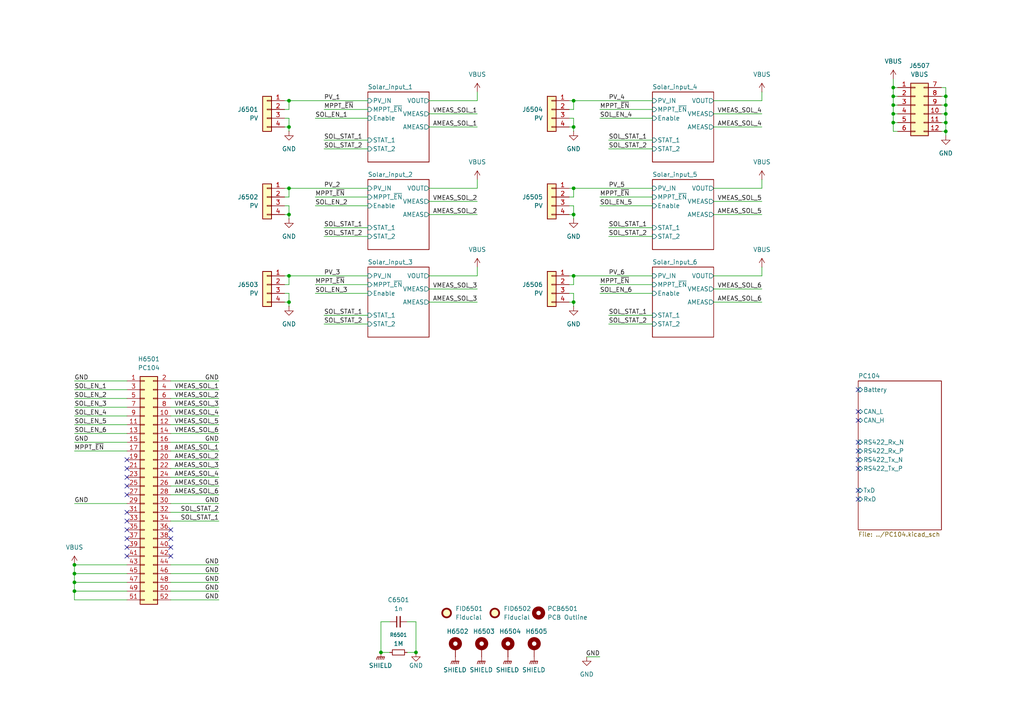
<source format=kicad_sch>
(kicad_sch (version 20250114) (generator "eeschema") (generator_version "9.0")
  (paper "A4")
  (lib_symbols
    (symbol "Connector_Generic:Conn_01x04" (pin_names (offset 1.016) (hide yes))
      (property "Reference" "J" (at 0 5.08 0))
      (property "Value" "Conn_01x04" (at 0 -7.62 0))
      (symbol "Conn_01x04_1_1"
        (rectangle (start -1.27 3.81) (end 1.27 -6.35) (stroke (width 0.254)) (fill (type background)))
        (rectangle (start -1.27 2.667) (end 0 2.413) (stroke (width 0.1524)))
        (rectangle (start -1.27 0.127) (end 0 -0.127) (stroke (width 0.1524)))
        (rectangle (start -1.27 -2.413) (end 0 -2.667) (stroke (width 0.1524)))
        (rectangle (start -1.27 -4.953) (end 0 -5.207) (stroke (width 0.1524)))
        (pin passive line (at -5.08 2.54 0) (length 3.81) (name "Pin_1") (number "1"))
        (pin passive line (at -5.08 0 0) (length 3.81) (name "Pin_2") (number "2"))
        (pin passive line (at -5.08 -2.54 0) (length 3.81) (name "Pin_3") (number "3"))
        (pin passive line (at -5.08 -5.08 0) (length 3.81) (name "Pin_4") (number "4"))
      )
    )
    (symbol "Connector_Generic:Conn_02x06_Top_Bottom" (pin_names (offset 1.016) (hide yes))
      (property "Reference" "J" (at 1.27 7.62 0))
      (property "Value" "Conn_02x06_Top_Bottom" (at 1.27 -10.16 0))
      (symbol "Conn_02x06_Top_Bottom_1_1"
        (rectangle (start -1.27 6.35) (end 3.81 -8.89) (stroke (width 0.254)) (fill (type background)))
        (rectangle (start -1.27 5.207) (end 0 4.953) (stroke (width 0.1524)))
        (rectangle (start -1.27 2.667) (end 0 2.413) (stroke (width 0.1524)))
        (rectangle (start -1.27 0.127) (end 0 -0.127) (stroke (width 0.1524)))
        (rectangle (start -1.27 -2.413) (end 0 -2.667) (stroke (width 0.1524)))
        (rectangle (start -1.27 -4.953) (end 0 -5.207) (stroke (width 0.1524)))
        (rectangle (start -1.27 -7.493) (end 0 -7.747) (stroke (width 0.1524)))
        (rectangle (start 3.81 5.207) (end 2.54 4.953) (stroke (width 0.1524)))
        (rectangle (start 3.81 2.667) (end 2.54 2.413) (stroke (width 0.1524)))
        (rectangle (start 3.81 0.127) (end 2.54 -0.127) (stroke (width 0.1524)))
        (rectangle (start 3.81 -2.413) (end 2.54 -2.667) (stroke (width 0.1524)))
        (rectangle (start 3.81 -4.953) (end 2.54 -5.207) (stroke (width 0.1524)))
        (rectangle (start 3.81 -7.493) (end 2.54 -7.747) (stroke (width 0.1524)))
        (pin passive line (at -5.08 5.08 0) (length 3.81) (name "Pin_1") (number "1"))
        (pin passive line (at -5.08 2.54 0) (length 3.81) (name "Pin_2") (number "2"))
        (pin passive line (at -5.08 0 0) (length 3.81) (name "Pin_3") (number "3"))
        (pin passive line (at -5.08 -2.54 0) (length 3.81) (name "Pin_4") (number "4"))
        (pin passive line (at -5.08 -5.08 0) (length 3.81) (name "Pin_5") (number "5"))
        (pin passive line (at -5.08 -7.62 0) (length 3.81) (name "Pin_6") (number "6"))
        (pin passive line (at 7.62 5.08 180) (length 3.81) (name "Pin_7") (number "7"))
        (pin passive line (at 7.62 2.54 180) (length 3.81) (name "Pin_8") (number "8"))
        (pin passive line (at 7.62 0 180) (length 3.81) (name "Pin_9") (number "9"))
        (pin passive line (at 7.62 -2.54 180) (length 3.81) (name "Pin_10") (number "10"))
        (pin passive line (at 7.62 -5.08 180) (length 3.81) (name "Pin_11") (number "11"))
        (pin passive line (at 7.62 -7.62 180) (length 3.81) (name "Pin_12") (number "12"))
      )
    )
    (symbol "Connector_Generic:Conn_02x26_Odd_Even" (pin_names (offset 1.016) (hide yes))
      (property "Reference" "J" (at 1.27 33.02 0))
      (property "Value" "Conn_02x26_Odd_Even" (at 1.27 -35.56 0))
      (symbol "Conn_02x26_Odd_Even_1_1"
        (rectangle (start -1.27 31.75) (end 3.81 -34.29) (stroke (width 0.254)) (fill (type background)))
        (rectangle (start -1.27 30.607) (end 0 30.353) (stroke (width 0.1524)))
        (rectangle (start -1.27 28.067) (end 0 27.813) (stroke (width 0.1524)))
        (rectangle (start -1.27 25.527) (end 0 25.273) (stroke (width 0.1524)))
        (rectangle (start -1.27 22.987) (end 0 22.733) (stroke (width 0.1524)))
        (rectangle (start -1.27 20.447) (end 0 20.193) (stroke (width 0.1524)))
        (rectangle (start -1.27 17.907) (end 0 17.653) (stroke (width 0.1524)))
        (rectangle (start -1.27 15.367) (end 0 15.113) (stroke (width 0.1524)))
        (rectangle (start -1.27 12.827) (end 0 12.573) (stroke (width 0.1524)))
        (rectangle (start -1.27 10.287) (end 0 10.033) (stroke (width 0.1524)))
        (rectangle (start -1.27 7.747) (end 0 7.493) (stroke (width 0.1524)))
        (rectangle (start -1.27 5.207) (end 0 4.953) (stroke (width 0.1524)))
        (rectangle (start -1.27 2.667) (end 0 2.413) (stroke (width 0.1524)))
        (rectangle (start -1.27 0.127) (end 0 -0.127) (stroke (width 0.1524)))
        (rectangle (start -1.27 -2.413) (end 0 -2.667) (stroke (width 0.1524)))
        (rectangle (start -1.27 -4.953) (end 0 -5.207) (stroke (width 0.1524)))
        (rectangle (start -1.27 -7.493) (end 0 -7.747) (stroke (width 0.1524)))
        (rectangle (start -1.27 -10.033) (end 0 -10.287) (stroke (width 0.1524)))
        (rectangle (start -1.27 -12.573) (end 0 -12.827) (stroke (width 0.1524)))
        (rectangle (start -1.27 -15.113) (end 0 -15.367) (stroke (width 0.1524)))
        (rectangle (start -1.27 -17.653) (end 0 -17.907) (stroke (width 0.1524)))
        (rectangle (start -1.27 -20.193) (end 0 -20.447) (stroke (width 0.1524)))
        (rectangle (start -1.27 -22.733) (end 0 -22.987) (stroke (width 0.1524)))
        (rectangle (start -1.27 -25.273) (end 0 -25.527) (stroke (width 0.1524)))
        (rectangle (start -1.27 -27.813) (end 0 -28.067) (stroke (width 0.1524)))
        (rectangle (start -1.27 -30.353) (end 0 -30.607) (stroke (width 0.1524)))
        (rectangle (start -1.27 -32.893) (end 0 -33.147) (stroke (width 0.1524)))
        (rectangle (start 3.81 30.607) (end 2.54 30.353) (stroke (width 0.1524)))
        (rectangle (start 3.81 28.067) (end 2.54 27.813) (stroke (width 0.1524)))
        (rectangle (start 3.81 25.527) (end 2.54 25.273) (stroke (width 0.1524)))
        (rectangle (start 3.81 22.987) (end 2.54 22.733) (stroke (width 0.1524)))
        (rectangle (start 3.81 20.447) (end 2.54 20.193) (stroke (width 0.1524)))
        (rectangle (start 3.81 17.907) (end 2.54 17.653) (stroke (width 0.1524)))
        (rectangle (start 3.81 15.367) (end 2.54 15.113) (stroke (width 0.1524)))
        (rectangle (start 3.81 12.827) (end 2.54 12.573) (stroke (width 0.1524)))
        (rectangle (start 3.81 10.287) (end 2.54 10.033) (stroke (width 0.1524)))
        (rectangle (start 3.81 7.747) (end 2.54 7.493) (stroke (width 0.1524)))
        (rectangle (start 3.81 5.207) (end 2.54 4.953) (stroke (width 0.1524)))
        (rectangle (start 3.81 2.667) (end 2.54 2.413) (stroke (width 0.1524)))
        (rectangle (start 3.81 0.127) (end 2.54 -0.127) (stroke (width 0.1524)))
        (rectangle (start 3.81 -2.413) (end 2.54 -2.667) (stroke (width 0.1524)))
        (rectangle (start 3.81 -4.953) (end 2.54 -5.207) (stroke (width 0.1524)))
        (rectangle (start 3.81 -7.493) (end 2.54 -7.747) (stroke (width 0.1524)))
        (rectangle (start 3.81 -10.033) (end 2.54 -10.287) (stroke (width 0.1524)))
        (rectangle (start 3.81 -12.573) (end 2.54 -12.827) (stroke (width 0.1524)))
        (rectangle (start 3.81 -15.113) (end 2.54 -15.367) (stroke (width 0.1524)))
        (rectangle (start 3.81 -17.653) (end 2.54 -17.907) (stroke (width 0.1524)))
        (rectangle (start 3.81 -20.193) (end 2.54 -20.447) (stroke (width 0.1524)))
        (rectangle (start 3.81 -22.733) (end 2.54 -22.987) (stroke (width 0.1524)))
        (rectangle (start 3.81 -25.273) (end 2.54 -25.527) (stroke (width 0.1524)))
        (rectangle (start 3.81 -27.813) (end 2.54 -28.067) (stroke (width 0.1524)))
        (rectangle (start 3.81 -30.353) (end 2.54 -30.607) (stroke (width 0.1524)))
        (rectangle (start 3.81 -32.893) (end 2.54 -33.147) (stroke (width 0.1524)))
        (pin passive line (at -5.08 30.48 0) (length 3.81) (name "Pin_1") (number "1"))
        (pin passive line (at -5.08 27.94 0) (length 3.81) (name "Pin_3") (number "3"))
        (pin passive line (at -5.08 25.4 0) (length 3.81) (name "Pin_5") (number "5"))
        (pin passive line (at -5.08 22.86 0) (length 3.81) (name "Pin_7") (number "7"))
        (pin passive line (at -5.08 20.32 0) (length 3.81) (name "Pin_9") (number "9"))
        (pin passive line (at -5.08 17.78 0) (length 3.81) (name "Pin_11") (number "11"))
        (pin passive line (at -5.08 15.24 0) (length 3.81) (name "Pin_13") (number "13"))
        (pin passive line (at -5.08 12.7 0) (length 3.81) (name "Pin_15") (number "15"))
        (pin passive line (at -5.08 10.16 0) (length 3.81) (name "Pin_17") (number "17"))
        (pin passive line (at -5.08 7.62 0) (length 3.81) (name "Pin_19") (number "19"))
        (pin passive line (at -5.08 5.08 0) (length 3.81) (name "Pin_21") (number "21"))
        (pin passive line (at -5.08 2.54 0) (length 3.81) (name "Pin_23") (number "23"))
        (pin passive line (at -5.08 0 0) (length 3.81) (name "Pin_25") (number "25"))
        (pin passive line (at -5.08 -2.54 0) (length 3.81) (name "Pin_27") (number "27"))
        (pin passive line (at -5.08 -5.08 0) (length 3.81) (name "Pin_29") (number "29"))
        (pin passive line (at -5.08 -7.62 0) (length 3.81) (name "Pin_31") (number "31"))
        (pin passive line (at -5.08 -10.16 0) (length 3.81) (name "Pin_33") (number "33"))
        (pin passive line (at -5.08 -12.7 0) (length 3.81) (name "Pin_35") (number "35"))
        (pin passive line (at -5.08 -15.24 0) (length 3.81) (name "Pin_37") (number "37"))
        (pin passive line (at -5.08 -17.78 0) (length 3.81) (name "Pin_39") (number "39"))
        (pin passive line (at -5.08 -20.32 0) (length 3.81) (name "Pin_41") (number "41"))
        (pin passive line (at -5.08 -22.86 0) (length 3.81) (name "Pin_43") (number "43"))
        (pin passive line (at -5.08 -25.4 0) (length 3.81) (name "Pin_45") (number "45"))
        (pin passive line (at -5.08 -27.94 0) (length 3.81) (name "Pin_47") (number "47"))
        (pin passive line (at -5.08 -30.48 0) (length 3.81) (name "Pin_49") (number "49"))
        (pin passive line (at -5.08 -33.02 0) (length 3.81) (name "Pin_51") (number "51"))
        (pin passive line (at 7.62 30.48 180) (length 3.81) (name "Pin_2") (number "2"))
        (pin passive line (at 7.62 27.94 180) (length 3.81) (name "Pin_4") (number "4"))
        (pin passive line (at 7.62 25.4 180) (length 3.81) (name "Pin_6") (number "6"))
        (pin passive line (at 7.62 22.86 180) (length 3.81) (name "Pin_8") (number "8"))
        (pin passive line (at 7.62 20.32 180) (length 3.81) (name "Pin_10") (number "10"))
        (pin passive line (at 7.62 17.78 180) (length 3.81) (name "Pin_12") (number "12"))
        (pin passive line (at 7.62 15.24 180) (length 3.81) (name "Pin_14") (number "14"))
        (pin passive line (at 7.62 12.7 180) (length 3.81) (name "Pin_16") (number "16"))
        (pin passive line (at 7.62 10.16 180) (length 3.81) (name "Pin_18") (number "18"))
        (pin passive line (at 7.62 7.62 180) (length 3.81) (name "Pin_20") (number "20"))
        (pin passive line (at 7.62 5.08 180) (length 3.81) (name "Pin_22") (number "22"))
        (pin passive line (at 7.62 2.54 180) (length 3.81) (name "Pin_24") (number "24"))
        (pin passive line (at 7.62 0 180) (length 3.81) (name "Pin_26") (number "26"))
        (pin passive line (at 7.62 -2.54 180) (length 3.81) (name "Pin_28") (number "28"))
        (pin passive line (at 7.62 -5.08 180) (length 3.81) (name "Pin_30") (number "30"))
        (pin passive line (at 7.62 -7.62 180) (length 3.81) (name "Pin_32") (number "32"))
        (pin passive line (at 7.62 -10.16 180) (length 3.81) (name "Pin_34") (number "34"))
        (pin passive line (at 7.62 -12.7 180) (length 3.81) (name "Pin_36") (number "36"))
        (pin passive line (at 7.62 -15.24 180) (length 3.81) (name "Pin_38") (number "38"))
        (pin passive line (at 7.62 -17.78 180) (length 3.81) (name "Pin_40") (number "40"))
        (pin passive line (at 7.62 -20.32 180) (length 3.81) (name "Pin_42") (number "42"))
        (pin passive line (at 7.62 -22.86 180) (length 3.81) (name "Pin_44") (number "44"))
        (pin passive line (at 7.62 -25.4 180) (length 3.81) (name "Pin_46") (number "46"))
        (pin passive line (at 7.62 -27.94 180) (length 3.81) (name "Pin_48") (number "48"))
        (pin passive line (at 7.62 -30.48 180) (length 3.81) (name "Pin_50") (number "50"))
        (pin passive line (at 7.62 -33.02 180) (length 3.81) (name "Pin_52") (number "52"))
      )
    )
    (symbol "Device:C_Small" (pin_numbers (hide yes)) (pin_names (offset 0.254) (hide yes))
      (property "Reference" "C" (at 0.254 1.778 0))
      (property "Value" "C_Small" (at 0.254 -2.032 0))
      (symbol "C_Small_0_1"
        (polyline (pts (xy -1.524 0.508) (xy 1.524 0.508)) (stroke (width 0.3048)))
        (polyline (pts (xy -1.524 -0.508) (xy 1.524 -0.508)) (stroke (width 0.3302)))
      )
      (symbol "C_Small_1_1"
        (pin passive line (at 0 2.54 270) (length 2.032) (name "~") (number "1"))
        (pin passive line (at 0 -2.54 90) (length 2.032) (name "~") (number "2"))
      )
    )
    (symbol "Device:R_Small" (pin_numbers (hide yes)) (pin_names (offset 0.254) (hide yes))
      (property "Reference" "R" (at 0 0 90))
      (property "Value" "R_Small" (at 1.778 0 90))
      (symbol "R_Small_0_1"
        (rectangle (start -0.762 1.778) (end 0.762 -1.778) (stroke (width 0.2032)))
      )
      (symbol "R_Small_1_1"
        (pin passive line (at 0 2.54 270) (length 0.762) (name "~") (number "1"))
        (pin passive line (at 0 -2.54 90) (length 0.762) (name "~") (number "2"))
      )
    )
    (symbol "Mechanical:Fiducial" (in_bom no)
      (property "Reference" "FID" (at 0 5.08 0))
      (property "Value" "Fiducial" (at 0 3.175 0))
      (symbol "Fiducial_0_1"
        (circle (center 0 0) (radius 1.27) (stroke (width 0.508)) (fill (type background)))
      )
    )
    (symbol "Mechanical:MountingHole" (pin_names (offset 1.016)) (in_bom no)
      (property "Reference" "H" (at 0 5.08 0))
      (property "Value" "MountingHole" (at 0 3.175 0))
      (symbol "MountingHole_0_1"
        (circle (center 0 0) (radius 1.27) (stroke (width 1.27)))
      )
    )
    (symbol "Mechanical:MountingHole_Pad" (pin_numbers (hide yes)) (pin_names (offset 1.016) (hide yes)) (in_bom no)
      (property "Reference" "H" (at 0 6.35 0))
      (property "Value" "MountingHole_Pad" (at 0 4.445 0))
      (symbol "MountingHole_Pad_0_1"
        (circle (center 0 1.27) (radius 1.27) (stroke (width 1.27)))
      )
      (symbol "MountingHole_Pad_1_1"
        (pin input line (at 0 -2.54 90) (length 2.54) (name "1") (number "1"))
      )
    )
    (symbol "power:GND" (power) (pin_numbers (hide yes)) (pin_names (offset 0) (hide yes))
      (property "Value" "GND" (at 0 -3.81 0))
      (symbol "GND_0_1"
        (polyline (pts (xy 0 0) (xy 0 -1.27) (xy 1.27 -1.27) (xy 0 -2.54) (xy -1.27 -1.27) (xy 0 -1.27)))
      )
      (symbol "GND_1_1"
        (pin power_in line (at 0 0 270) (length 0) (name "~") (number "1"))
      )
    )
    (symbol "power:GNDPWR" (power) (pin_numbers (hide yes)) (pin_names (offset 0) (hide yes))
      (property "Value" "GNDPWR" (at 0 -3.302 0))
      (symbol "GNDPWR_0_1"
        (polyline (pts (xy -1.016 -1.27) (xy -1.27 -2.032) (xy -1.27 -2.032)) (stroke (width 0.2032)))
        (polyline (pts (xy -0.508 -1.27) (xy -0.762 -2.032) (xy -0.762 -2.032)) (stroke (width 0.2032)))
        (polyline (pts (xy 0 -1.27) (xy 0 0)))
        (polyline (pts (xy 0 -1.27) (xy -0.254 -2.032) (xy -0.254 -2.032)) (stroke (width 0.2032)))
        (polyline (pts (xy 0.508 -1.27) (xy 0.254 -2.032) (xy 0.254 -2.032)) (stroke (width 0.2032)))
        (polyline (pts (xy 1.016 -1.27) (xy -1.016 -1.27) (xy -1.016 -1.27)) (stroke (width 0.2032)))
        (polyline (pts (xy 1.016 -1.27) (xy 0.762 -2.032) (xy 0.762 -2.032) (xy 0.762 -2.032)) (stroke (width 0.2032)))
      )
      (symbol "GNDPWR_1_1"
        (pin power_in line (at 0 0 270) (length 0) (name "~") (number "1"))
      )
    )
    (symbol "power:VBUS" (power) (pin_numbers (hide yes)) (pin_names (offset 0) (hide yes))
      (property "Value" "VBUS" (at 0 3.556 0))
      (symbol "VBUS_0_1"
        (polyline (pts (xy -0.762 1.27) (xy 0 2.54)))
        (polyline (pts (xy 0 2.54) (xy 0.762 1.27)))
        (polyline (pts (xy 0 0) (xy 0 2.54)))
      )
      (symbol "VBUS_1_1"
        (pin power_in line (at 0 0 90) (length 0) (name "~") (number "1"))
      )
    )
  )
  (junction (at 166.37 29.21))
  (junction (at 166.37 87.63))
  (junction (at 166.37 36.83))
  (junction (at 21.59 171.45))
  (junction (at 274.32 38.1))
  (junction (at 120.65 189.23))
  (junction (at 83.82 36.83))
  (junction (at 83.82 62.23))
  (junction (at 83.82 87.63))
  (junction (at 259.08 25.4))
  (junction (at 83.82 29.21))
  (junction (at 259.08 30.48))
  (junction (at 274.32 27.94))
  (junction (at 21.59 168.91))
  (junction (at 83.82 80.01))
  (junction (at 274.32 30.48))
  (junction (at 259.08 35.56))
  (junction (at 21.59 163.83))
  (junction (at 166.37 80.01))
  (junction (at 259.08 33.02))
  (junction (at 110.49 189.23))
  (junction (at 166.37 62.23))
  (junction (at 21.59 166.37))
  (junction (at 166.37 54.61))
  (junction (at 274.32 33.02))
  (junction (at 259.08 27.94))
  (junction (at 274.32 35.56))
  (junction (at 83.82 54.61))
  (no_connect (at 248.92 121.92))
  (no_connect (at 36.83 161.29))
  (no_connect (at 36.83 158.75))
  (no_connect (at 36.83 151.13))
  (no_connect (at 248.92 142.24))
  (no_connect (at 248.92 113.03))
  (no_connect (at 49.53 161.29))
  (no_connect (at 49.53 153.67))
  (no_connect (at 36.83 140.97))
  (no_connect (at 36.83 156.21))
  (no_connect (at 49.53 158.75))
  (no_connect (at 49.53 156.21))
  (no_connect (at 36.83 135.89))
  (no_connect (at 248.92 130.81))
  (no_connect (at 248.92 144.78))
  (no_connect (at 36.83 148.59))
  (no_connect (at 248.92 135.89))
  (no_connect (at 36.83 138.43))
  (no_connect (at 36.83 133.35))
  (no_connect (at 248.92 128.27))
  (no_connect (at 36.83 143.51))
  (no_connect (at 248.92 133.35))
  (no_connect (at 248.92 119.38))
  (no_connect (at 36.83 153.67))
  (wire (pts (xy 63.5 143.51) (xy 49.53 143.51)))
  (wire (pts (xy 83.82 54.61) (xy 106.68 54.61)))
  (wire (pts (xy 21.59 163.83) (xy 36.83 163.83)))
  (wire (pts (xy 176.53 93.98) (xy 189.23 93.98)))
  (wire (pts (xy 63.5 120.65) (xy 49.53 120.65)))
  (wire (pts (xy 124.46 58.42) (xy 138.43 58.42)))
  (wire (pts (xy 63.5 125.73) (xy 49.53 125.73)))
  (wire (pts (xy 166.37 29.21) (xy 189.23 29.21)))
  (wire (pts (xy 91.44 34.29) (xy 106.68 34.29)))
  (wire (pts (xy 124.46 83.82) (xy 138.43 83.82)))
  (wire (pts (xy 120.65 180.34) (xy 120.65 189.23)))
  (wire (pts (xy 83.82 82.55) (xy 82.55 82.55)))
  (wire (pts (xy 63.5 123.19) (xy 49.53 123.19)))
  (wire (pts (xy 173.99 85.09) (xy 189.23 85.09)))
  (wire (pts (xy 21.59 128.27) (xy 36.83 128.27)))
  (wire (pts (xy 173.99 57.15) (xy 189.23 57.15)))
  (wire (pts (xy 63.5 140.97) (xy 49.53 140.97)))
  (wire (pts (xy 83.82 62.23) (xy 82.55 62.23)))
  (wire (pts (xy 83.82 31.75) (xy 82.55 31.75)))
  (wire (pts (xy 176.53 40.64) (xy 189.23 40.64)))
  (wire (pts (xy 166.37 29.21) (xy 165.1 29.21)))
  (wire (pts (xy 166.37 62.23) (xy 166.37 59.69)))
  (wire (pts (xy 63.5 168.91) (xy 49.53 168.91)))
  (wire (pts (xy 83.82 29.21) (xy 106.68 29.21)))
  (wire (pts (xy 21.59 171.45) (xy 21.59 173.99)))
  (wire (pts (xy 166.37 80.01) (xy 165.1 80.01)))
  (wire (pts (xy 83.82 59.69) (xy 82.55 59.69)))
  (wire (pts (xy 21.59 171.45) (xy 36.83 171.45)))
  (wire (pts (xy 21.59 130.81) (xy 36.83 130.81)))
  (wire (pts (xy 91.44 82.55) (xy 106.68 82.55)))
  (wire (pts (xy 83.82 29.21) (xy 83.82 31.75)))
  (wire (pts (xy 83.82 54.61) (xy 82.55 54.61)))
  (wire (pts (xy 207.01 36.83) (xy 220.98 36.83)))
  (wire (pts (xy 124.46 87.63) (xy 138.43 87.63)))
  (wire (pts (xy 259.08 33.02) (xy 260.35 33.02)))
  (wire (pts (xy 166.37 54.61) (xy 189.23 54.61)))
  (wire (pts (xy 93.98 40.64) (xy 106.68 40.64)))
  (wire (pts (xy 259.08 27.94) (xy 260.35 27.94)))
  (wire (pts (xy 166.37 54.61) (xy 165.1 54.61)))
  (wire (pts (xy 83.82 87.63) (xy 82.55 87.63)))
  (wire (pts (xy 83.82 87.63) (xy 83.82 85.09)))
  (wire (pts (xy 207.01 62.23) (xy 220.98 62.23)))
  (wire (pts (xy 63.5 135.89) (xy 49.53 135.89)))
  (wire (pts (xy 91.44 85.09) (xy 106.68 85.09)))
  (wire (pts (xy 138.43 29.21) (xy 138.43 26.67)))
  (wire (pts (xy 259.08 35.56) (xy 260.35 35.56)))
  (wire (pts (xy 138.43 80.01) (xy 138.43 77.47)))
  (wire (pts (xy 21.59 166.37) (xy 36.83 166.37)))
  (wire (pts (xy 83.82 88.9) (xy 83.82 87.63)))
  (wire (pts (xy 207.01 87.63) (xy 220.98 87.63)))
  (wire (pts (xy 93.98 66.04) (xy 106.68 66.04)))
  (wire (pts (xy 207.01 33.02) (xy 220.98 33.02)))
  (wire (pts (xy 93.98 68.58) (xy 106.68 68.58)))
  (wire (pts (xy 166.37 62.23) (xy 165.1 62.23)))
  (wire (pts (xy 83.82 38.1) (xy 83.82 36.83)))
  (wire (pts (xy 21.59 123.19) (xy 36.83 123.19)))
  (wire (pts (xy 63.5 151.13) (xy 49.53 151.13)))
  (wire (pts (xy 63.5 118.11) (xy 49.53 118.11)))
  (wire (pts (xy 124.46 62.23) (xy 138.43 62.23)))
  (wire (pts (xy 93.98 93.98) (xy 106.68 93.98)))
  (wire (pts (xy 259.08 22.86) (xy 259.08 25.4)))
  (wire (pts (xy 207.01 54.61) (xy 220.98 54.61)))
  (wire (pts (xy 176.53 91.44) (xy 189.23 91.44)))
  (wire (pts (xy 93.98 31.75) (xy 106.68 31.75)))
  (wire (pts (xy 166.37 29.21) (xy 166.37 31.75)))
  (wire (pts (xy 166.37 63.5) (xy 166.37 62.23)))
  (wire (pts (xy 83.82 36.83) (xy 82.55 36.83)))
  (wire (pts (xy 176.53 66.04) (xy 189.23 66.04)))
  (wire (pts (xy 21.59 120.65) (xy 36.83 120.65)))
  (wire (pts (xy 166.37 38.1) (xy 166.37 36.83)))
  (wire (pts (xy 207.01 29.21) (xy 220.98 29.21)))
  (wire (pts (xy 274.32 33.02) (xy 273.05 33.02)))
  (wire (pts (xy 91.44 59.69) (xy 106.68 59.69)))
  (wire (pts (xy 166.37 80.01) (xy 189.23 80.01)))
  (wire (pts (xy 83.82 80.01) (xy 83.82 82.55)))
  (wire (pts (xy 83.82 36.83) (xy 83.82 34.29)))
  (wire (pts (xy 124.46 36.83) (xy 138.43 36.83)))
  (wire (pts (xy 166.37 82.55) (xy 165.1 82.55)))
  (wire (pts (xy 166.37 88.9) (xy 166.37 87.63)))
  (wire (pts (xy 113.03 180.34) (xy 110.49 180.34)))
  (wire (pts (xy 176.53 68.58) (xy 189.23 68.58)))
  (wire (pts (xy 83.82 85.09) (xy 82.55 85.09)))
  (wire (pts (xy 21.59 125.73) (xy 36.83 125.73)))
  (wire (pts (xy 138.43 54.61) (xy 138.43 52.07)))
  (wire (pts (xy 63.5 110.49) (xy 49.53 110.49)))
  (wire (pts (xy 113.03 189.23) (xy 110.49 189.23)))
  (wire (pts (xy 21.59 113.03) (xy 36.83 113.03)))
  (wire (pts (xy 259.08 33.02) (xy 259.08 35.56)))
  (wire (pts (xy 93.98 43.18) (xy 106.68 43.18)))
  (wire (pts (xy 259.08 27.94) (xy 259.08 30.48)))
  (wire (pts (xy 173.99 59.69) (xy 189.23 59.69)))
  (wire (pts (xy 118.11 180.34) (xy 120.65 180.34)))
  (wire (pts (xy 63.5 146.05) (xy 49.53 146.05)))
  (wire (pts (xy 166.37 57.15) (xy 165.1 57.15)))
  (wire (pts (xy 93.98 91.44) (xy 106.68 91.44)))
  (wire (pts (xy 63.5 148.59) (xy 49.53 148.59)))
  (wire (pts (xy 63.5 133.35) (xy 49.53 133.35)))
  (wire (pts (xy 166.37 54.61) (xy 166.37 57.15)))
  (wire (pts (xy 166.37 87.63) (xy 166.37 85.09)))
  (wire (pts (xy 274.32 27.94) (xy 274.32 25.4)))
  (wire (pts (xy 21.59 173.99) (xy 36.83 173.99)))
  (wire (pts (xy 173.99 190.5) (xy 170.18 190.5)))
  (wire (pts (xy 21.59 115.57) (xy 36.83 115.57)))
  (wire (pts (xy 274.32 33.02) (xy 274.32 30.48)))
  (wire (pts (xy 124.46 29.21) (xy 138.43 29.21)))
  (wire (pts (xy 91.44 57.15) (xy 106.68 57.15)))
  (wire (pts (xy 83.82 57.15) (xy 82.55 57.15)))
  (wire (pts (xy 259.08 30.48) (xy 259.08 33.02)))
  (wire (pts (xy 259.08 35.56) (xy 259.08 38.1)))
  (wire (pts (xy 21.59 168.91) (xy 36.83 168.91)))
  (wire (pts (xy 21.59 168.91) (xy 21.59 171.45)))
  (wire (pts (xy 63.5 113.03) (xy 49.53 113.03)))
  (wire (pts (xy 83.82 80.01) (xy 82.55 80.01)))
  (wire (pts (xy 118.11 189.23) (xy 120.65 189.23)))
  (wire (pts (xy 166.37 59.69) (xy 165.1 59.69)))
  (wire (pts (xy 21.59 110.49) (xy 36.83 110.49)))
  (wire (pts (xy 166.37 87.63) (xy 165.1 87.63)))
  (wire (pts (xy 176.53 43.18) (xy 189.23 43.18)))
  (wire (pts (xy 274.32 25.4) (xy 273.05 25.4)))
  (wire (pts (xy 166.37 31.75) (xy 165.1 31.75)))
  (wire (pts (xy 207.01 80.01) (xy 220.98 80.01)))
  (wire (pts (xy 220.98 54.61) (xy 220.98 52.07)))
  (wire (pts (xy 21.59 118.11) (xy 36.83 118.11)))
  (wire (pts (xy 220.98 29.21) (xy 220.98 26.67)))
  (wire (pts (xy 274.32 38.1) (xy 274.32 35.56)))
  (wire (pts (xy 63.5 163.83) (xy 49.53 163.83)))
  (wire (pts (xy 274.32 35.56) (xy 274.32 33.02)))
  (wire (pts (xy 274.32 30.48) (xy 274.32 27.94)))
  (wire (pts (xy 83.82 80.01) (xy 106.68 80.01)))
  (wire (pts (xy 274.32 39.37) (xy 274.32 38.1)))
  (wire (pts (xy 63.5 173.99) (xy 49.53 173.99)))
  (wire (pts (xy 259.08 38.1) (xy 260.35 38.1)))
  (wire (pts (xy 173.99 82.55) (xy 189.23 82.55)))
  (wire (pts (xy 21.59 163.83) (xy 21.59 166.37)))
  (wire (pts (xy 259.08 25.4) (xy 259.08 27.94)))
  (wire (pts (xy 83.82 63.5) (xy 83.82 62.23)))
  (wire (pts (xy 83.82 29.21) (xy 82.55 29.21)))
  (wire (pts (xy 63.5 138.43) (xy 49.53 138.43)))
  (wire (pts (xy 63.5 171.45) (xy 49.53 171.45)))
  (wire (pts (xy 166.37 34.29) (xy 165.1 34.29)))
  (wire (pts (xy 124.46 80.01) (xy 138.43 80.01)))
  (wire (pts (xy 259.08 30.48) (xy 260.35 30.48)))
  (wire (pts (xy 274.32 35.56) (xy 273.05 35.56)))
  (wire (pts (xy 83.82 54.61) (xy 83.82 57.15)))
  (wire (pts (xy 220.98 80.01) (xy 220.98 77.47)))
  (wire (pts (xy 173.99 31.75) (xy 189.23 31.75)))
  (wire (pts (xy 110.49 180.34) (xy 110.49 189.23)))
  (wire (pts (xy 63.5 128.27) (xy 49.53 128.27)))
  (wire (pts (xy 207.01 83.82) (xy 220.98 83.82)))
  (wire (pts (xy 124.46 54.61) (xy 138.43 54.61)))
  (wire (pts (xy 124.46 33.02) (xy 138.43 33.02)))
  (wire (pts (xy 166.37 80.01) (xy 166.37 82.55)))
  (wire (pts (xy 166.37 36.83) (xy 165.1 36.83)))
  (wire (pts (xy 21.59 166.37) (xy 21.59 168.91)))
  (wire (pts (xy 274.32 38.1) (xy 273.05 38.1)))
  (wire (pts (xy 173.99 34.29) (xy 189.23 34.29)))
  (wire (pts (xy 207.01 58.42) (xy 220.98 58.42)))
  (wire (pts (xy 166.37 85.09) (xy 165.1 85.09)))
  (wire (pts (xy 63.5 130.81) (xy 49.53 130.81)))
  (wire (pts (xy 274.32 30.48) (xy 273.05 30.48)))
  (wire (pts (xy 63.5 166.37) (xy 49.53 166.37)))
  (wire (pts (xy 83.82 34.29) (xy 82.55 34.29)))
  (wire (pts (xy 259.08 25.4) (xy 260.35 25.4)))
  (wire (pts (xy 63.5 115.57) (xy 49.53 115.57)))
  (wire (pts (xy 274.32 27.94) (xy 273.05 27.94)))
  (wire (pts (xy 83.82 62.23) (xy 83.82 59.69)))
  (wire (pts (xy 21.59 146.05) (xy 36.83 146.05)))
  (wire (pts (xy 166.37 36.83) (xy 166.37 34.29)))
  (label "AMEAS_SOL_5" (at 63.5 140.97 180))
  (label "SOL_EN_6" (at 173.99 85.09 0))
  (label "SOL_EN_4" (at 173.99 34.29 0))
  (label "SOL_STAT_2" (at 63.5 148.59 180))
  (label "MPPT_~{EN}" (at 91.44 57.15 0))
  (label "AMEAS_SOL_6" (at 63.5 143.51 180))
  (label "SOL_STAT_2" (at 176.53 93.98 0))
  (label "SOL_STAT_1" (at 176.53 40.64 0))
  (label "GND" (at 63.5 171.45 180))
  (label "GND" (at 63.5 166.37 180))
  (label "SOL_STAT_1" (at 93.98 91.44 0))
  (label "PV_1" (at 93.98 29.21 0) (property "Netclass" "Channel" (effects (hide yes))))
  (label "AMEAS_SOL_2" (at 63.5 133.35 180))
  (label "SOL_EN_5" (at 21.59 123.19 0))
  (label "VMEAS_SOL_5" (at 63.5 123.19 180))
  (label "AMEAS_SOL_2" (at 138.43 62.23 180))
  (label "SOL_STAT_2" (at 93.98 93.98 0))
  (label "SOL_EN_5" (at 173.99 59.69 0))
  (label "SOL_STAT_2" (at 176.53 68.58 0))
  (label "SOL_EN_2" (at 21.59 115.57 0))
  (label "SOL_STAT_2" (at 93.98 68.58 0))
  (label "VMEAS_SOL_6" (at 63.5 125.73 180))
  (label "AMEAS_SOL_1" (at 138.43 36.83 180))
  (label "PV_4" (at 176.53 29.21 0) (property "Netclass" "Channel" (effects (hide yes))))
  (label "GND" (at 63.5 110.49 180))
  (label "GND" (at 63.5 128.27 180))
  (label "MPPT_~{EN}" (at 93.98 31.75 0))
  (label "GND" (at 21.59 128.27 0))
  (label "GND" (at 63.5 163.83 180))
  (label "GND" (at 63.5 146.05 180))
  (label "MPPT_~{EN}" (at 173.99 57.15 0))
  (label "GND" (at 21.59 146.05 0))
  (label "SOL_STAT_1" (at 63.5 151.13 180))
  (label "GND" (at 63.5 168.91 180))
  (label "MPPT_~{EN}" (at 91.44 82.55 0))
  (label "SOL_STAT_1" (at 93.98 40.64 0))
  (label "SOL_EN_3" (at 91.44 85.09 0))
  (label "VMEAS_SOL_4" (at 63.5 120.65 180))
  (label "SOL_STAT_2" (at 93.98 43.18 0))
  (label "AMEAS_SOL_6" (at 220.98 87.63 180))
  (label "VMEAS_SOL_1" (at 63.5 113.03 180))
  (label "AMEAS_SOL_1" (at 63.5 130.81 180))
  (label "PV_5" (at 176.53 54.61 0) (property "Netclass" "Channel" (effects (hide yes))))
  (label "MPPT_~{EN}" (at 173.99 82.55 0))
  (label "VMEAS_SOL_4" (at 220.98 33.02 180))
  (label "VMEAS_SOL_3" (at 63.5 118.11 180))
  (label "GND" (at 63.5 173.99 180))
  (label "SOL_STAT_1" (at 176.53 91.44 0))
  (label "MPPT_~{EN}" (at 21.59 130.81 0))
  (label "MPPT_~{EN}" (at 173.99 31.75 0))
  (label "AMEAS_SOL_4" (at 63.5 138.43 180))
  (label "SOL_EN_1" (at 21.59 113.03 0))
  (label "SOL_EN_6" (at 21.59 125.73 0))
  (label "VMEAS_SOL_2" (at 63.5 115.57 180))
  (label "VMEAS_SOL_5" (at 220.98 58.42 180))
  (label "VMEAS_SOL_1" (at 138.43 33.02 180))
  (label "SOL_EN_3" (at 21.59 118.11 0))
  (label "AMEAS_SOL_5" (at 220.98 62.23 180))
  (label "AMEAS_SOL_4" (at 220.98 36.83 180))
  (label "AMEAS_SOL_3" (at 138.43 87.63 180))
  (label "SOL_STAT_1" (at 93.98 66.04 0))
  (label "PV_3" (at 93.98 80.01 0) (property "Netclass" "Channel" (effects (hide yes))))
  (label "VMEAS_SOL_3" (at 138.43 83.82 180))
  (label "GND" (at 21.59 110.49 0))
  (label "SOL_EN_2" (at 91.44 59.69 0))
  (label "SOL_STAT_1" (at 176.53 66.04 0))
  (label "PV_2" (at 93.98 54.61 0) (property "Netclass" "Channel" (effects (hide yes))))
  (label "SOL_EN_4" (at 21.59 120.65 0))
  (label "SOL_EN_1" (at 91.44 34.29 0))
  (label "SOL_STAT_2" (at 176.53 43.18 0))
  (label "VMEAS_SOL_2" (at 138.43 58.42 180))
  (label "PV_6" (at 176.53 80.01 0) (property "Netclass" "Channel" (effects (hide yes))))
  (label "GND" (at 173.99 190.5 180))
  (label "AMEAS_SOL_3" (at 63.5 135.89 180))
  (label "VMEAS_SOL_6" (at 220.98 83.82 180))
  (symbol (lib_id "power:GND") (at 83.82 63.5 0) (mirror y) (unit 1)
    (property "Reference" "#PWR06503" (effects (hide yes)))
    (property "Value" "GND" (at 83.82 68.58 0))
    (property "Description" "Power symbol creates a global label with name \"GND\" , ground" (effects (hide yes)))
  )
  (symbol (lib_id "Connector_Generic:Conn_02x06_Top_Bottom") (at 265.43 30.48 0) (unit 1)
    (property "Reference" "J6507" (at 266.7 19.05 0))
    (property "Value" "VBUS" (at 266.7 21.59 0))
    (property "Footprint" "Connector_Harwin:Harwin_Gecko-G125-FVX1205L0X_2x06_P1.25mm_Vertical" (effects (hide yes)))
    (property "Description" "Generic connector, double row, 02x06, top/bottom pin numbering scheme (row 1: 1...pins_per_row, row2: pins_per_row+1 ... num_pins), script generated (kicad-library-utils/schlib/autogen/connector/)" (effects (hide yes)))
  )
  (symbol (lib_id "power:VBUS") (at 220.98 77.47 0) (unit 1)
    (property "Reference" "#PWR06520" (effects (hide yes)))
    (property "Value" "VBUS" (at 220.98 72.39 0))
    (property "Description" "Power symbol creates a global label with name \"VBUS\"" (effects (hide yes)))
  )
  (symbol (lib_id "power:VBUS") (at 259.08 22.86 0) (unit 1)
    (property "Reference" "#PWR06521" (effects (hide yes)))
    (property "Value" "VBUS" (at 259.08 17.78 0))
    (property "Description" "Power symbol creates a global label with name \"VBUS\"" (effects (hide yes)))
  )
  (symbol (lib_id "power:GND") (at 274.32 39.37 0) (unit 1)
    (property "Reference" "#PWR06522" (effects (hide yes)))
    (property "Value" "GND" (at 274.32 44.45 0))
    (property "Description" "Power symbol creates a global label with name \"GND\" , ground" (effects (hide yes)))
  )
  (symbol (lib_id "Mechanical:MountingHole_Pad") (at 132.08 187.96 0) (unit 1)
    (property "Reference" "H6502" (at 129.54 183.134 0) (effects (justify left)))
    (property "Value" "MountingHole" (effects (hide yes)))
    (property "Footprint" "MountingHole:MountingHole_3.2mm_M3_Pad_TopBottom" (effects (hide yes)))
    (property "Description" "Mounting Hole with connection" (effects (hide yes)))
  )
  (symbol (lib_id "power:GND") (at 120.65 189.23 0) (unit 1)
    (property "Reference" "#PWR06506" (effects (hide yes)))
    (property "Value" "GND" (at 120.65 193.04 0))
    (property "Description" "Power symbol creates a global label with name \"GND\" , ground" (effects (hide yes)))
  )
  (symbol (lib_id "power:GND") (at 166.37 63.5 0) (mirror y) (unit 1)
    (property "Reference" "#PWR06515" (effects (hide yes)))
    (property "Value" "GND" (at 166.37 68.58 0))
    (property "Description" "Power symbol creates a global label with name \"GND\" , ground" (effects (hide yes)))
  )
  (symbol (lib_id "power:GND") (at 170.18 190.5 0) (mirror y) (unit 1)
    (property "Reference" "#PWR06517" (effects (hide yes)))
    (property "Value" "GND" (at 170.18 195.58 0))
    (property "Description" "Power symbol creates a global label with name \"GND\" , ground" (effects (hide yes)))
  )
  (symbol (lib_id "Mechanical:Fiducial") (at 143.51 177.8 0) (unit 1) (in_bom no)
    (property "Reference" "FID6502" (at 146.05 176.5299 0) (effects (justify left)))
    (property "Value" "Fiducial" (at 146.05 179.0699 0) (effects (justify left)))
    (property "Footprint" "Fiducial:Fiducial_1mm_Mask2mm" (effects (hide yes)))
    (property "Description" "Fiducial Marker" (effects (hide yes)))
  )
  (symbol (lib_id "power:VBUS") (at 138.43 52.07 0) (unit 1)
    (property "Reference" "#PWR06509" (effects (hide yes)))
    (property "Value" "VBUS" (at 138.43 46.99 0))
    (property "Description" "Power symbol creates a global label with name \"VBUS\"" (effects (hide yes)))
  )
  (symbol (lib_id "power:GNDPWR") (at 132.08 190.5 0) (unit 1)
    (property "Reference" "#PWR06507" (effects (hide yes)))
    (property "Value" "SHIELD" (at 131.953 194.31 0))
    (property "Description" "Power symbol creates a global label with name \"GNDPWR\" , global ground" (effects (hide yes)))
  )
  (symbol (lib_id "power:GNDPWR") (at 110.49 189.23 0) (unit 1)
    (property "Reference" "#PWR06505" (effects (hide yes)))
    (property "Value" "SHIELD" (at 110.363 193.04 0))
    (property "Description" "Power symbol creates a global label with name \"GNDPWR\" , global ground" (effects (hide yes)))
  )
  (symbol (lib_id "Mechanical:MountingHole_Pad") (at 147.32 187.96 0) (unit 1)
    (property "Reference" "H6504" (at 144.78 183.134 0) (effects (justify left)))
    (property "Value" "MountingHole" (effects (hide yes)))
    (property "Footprint" "MountingHole:MountingHole_3.2mm_M3_Pad_TopBottom" (effects (hide yes)))
    (property "Description" "Mounting Hole with connection" (effects (hide yes)))
  )
  (symbol (lib_id "Mechanical:MountingHole_Pad") (at 154.94 187.96 0) (unit 1)
    (property "Reference" "H6505" (at 152.4 183.134 0) (effects (justify left)))
    (property "Value" "MountingHole" (effects (hide yes)))
    (property "Footprint" "MountingHole:MountingHole_3.2mm_M3_Pad_TopBottom" (effects (hide yes)))
    (property "Description" "Mounting Hole with connection" (effects (hide yes)))
  )
  (symbol (lib_id "power:GND") (at 83.82 88.9 0) (mirror y) (unit 1)
    (property "Reference" "#PWR06504" (effects (hide yes)))
    (property "Value" "GND" (at 83.82 93.98 0))
    (property "Description" "Power symbol creates a global label with name \"GND\" , ground" (effects (hide yes)))
  )
  (symbol (lib_id "Connector_Generic:Conn_01x04") (at 160.02 57.15 0) (mirror y) (unit 1)
    (property "Reference" "J6505" (at 157.48 57.1499 0) (effects (justify left)))
    (property "Value" "PV" (at 157.48 59.6899 0) (effects (justify left)))
    (property "Footprint" "Connector_Molex:Molex_CLIK-Mate_502494-0470_1x04-1MP_P2.00mm_Horizontal" (effects (hide yes)))
    (property "Description" "Generic connector, single row, 01x04, script generated (kicad-library-utils/schlib/autogen/connector/)" (effects (hide yes)))
  )
  (symbol (lib_id "power:GND") (at 166.37 88.9 0) (mirror y) (unit 1)
    (property "Reference" "#PWR06516" (effects (hide yes)))
    (property "Value" "GND" (at 166.37 93.98 0))
    (property "Description" "Power symbol creates a global label with name \"GND\" , ground" (effects (hide yes)))
  )
  (symbol (lib_id "Connector_Generic:Conn_01x04") (at 77.47 57.15 0) (mirror y) (unit 1)
    (property "Reference" "J6502" (at 74.93 57.1499 0) (effects (justify left)))
    (property "Value" "PV" (at 74.93 59.6899 0) (effects (justify left)))
    (property "Footprint" "Connector_Molex:Molex_CLIK-Mate_502494-0470_1x04-1MP_P2.00mm_Horizontal" (effects (hide yes)))
    (property "Description" "Generic connector, single row, 01x04, script generated (kicad-library-utils/schlib/autogen/connector/)" (effects (hide yes)))
  )
  (symbol (lib_id "power:GNDPWR") (at 139.7 190.5 0) (unit 1)
    (property "Reference" "#PWR06511" (effects (hide yes)))
    (property "Value" "SHIELD" (at 139.573 194.31 0))
    (property "Description" "Power symbol creates a global label with name \"GNDPWR\" , global ground" (effects (hide yes)))
  )
  (symbol (lib_id "Connector_Generic:Conn_01x04") (at 160.02 82.55 0) (mirror y) (unit 1)
    (property "Reference" "J6506" (at 157.48 82.5499 0) (effects (justify left)))
    (property "Value" "PV" (at 157.48 85.0899 0) (effects (justify left)))
    (property "Footprint" "Connector_Molex:Molex_CLIK-Mate_502494-0470_1x04-1MP_P2.00mm_Horizontal" (effects (hide yes)))
    (property "Description" "Generic connector, single row, 01x04, script generated (kicad-library-utils/schlib/autogen/connector/)" (effects (hide yes)))
  )
  (symbol (lib_id "Connector_Generic:Conn_01x04") (at 77.47 31.75 0) (mirror y) (unit 1)
    (property "Reference" "J6501" (at 74.93 31.7499 0) (effects (justify left)))
    (property "Value" "PV" (at 74.93 34.2899 0) (effects (justify left)))
    (property "Footprint" "Connector_Molex:Molex_CLIK-Mate_502494-0470_1x04-1MP_P2.00mm_Horizontal" (effects (hide yes)))
    (property "Description" "Generic connector, single row, 01x04, script generated (kicad-library-utils/schlib/autogen/connector/)" (effects (hide yes)))
  )
  (symbol (lib_id "power:GNDPWR") (at 154.94 190.5 0) (unit 1)
    (property "Reference" "#PWR06513" (effects (hide yes)))
    (property "Value" "SHIELD" (at 154.813 194.31 0))
    (property "Description" "Power symbol creates a global label with name \"GNDPWR\" , global ground" (effects (hide yes)))
  )
  (symbol (lib_id "Device:C_Small") (at 115.57 180.34 90) (unit 1)
    (property "Reference" "C6501" (at 115.5763 173.99 90))
    (property "Value" "1n" (at 115.5763 176.53 90))
    (property "Footprint" "Capacitor_SMD:C_0805_2012Metric_Pad1.18x1.45mm_HandSolder" (effects (hide yes)))
    (property "Description" "Unpolarized capacitor, small symbol" (effects (hide yes)))
  )
  (symbol (lib_id "power:GND") (at 166.37 38.1 0) (mirror y) (unit 1)
    (property "Reference" "#PWR06514" (effects (hide yes)))
    (property "Value" "GND" (at 166.37 43.18 0))
    (property "Description" "Power symbol creates a global label with name \"GND\" , ground" (effects (hide yes)))
  )
  (symbol (lib_id "Mechanical:MountingHole_Pad") (at 139.7 187.96 0) (unit 1)
    (property "Reference" "H6503" (at 137.16 183.134 0) (effects (justify left)))
    (property "Value" "MountingHole" (effects (hide yes)))
    (property "Footprint" "MountingHole:MountingHole_3.2mm_M3_Pad_TopBottom" (effects (hide yes)))
    (property "Description" "Mounting Hole with connection" (effects (hide yes)))
  )
  (symbol (lib_id "power:GNDPWR") (at 147.32 190.5 0) (unit 1)
    (property "Reference" "#PWR06512" (effects (hide yes)))
    (property "Value" "SHIELD" (at 147.193 194.31 0))
    (property "Description" "Power symbol creates a global label with name \"GNDPWR\" , global ground" (effects (hide yes)))
  )
  (symbol (lib_id "Connector_Generic:Conn_02x26_Odd_Even") (at 41.91 140.97 0) (unit 1)
    (property "Reference" "H6501" (at 43.18 104.14 0))
    (property "Value" "PC104" (at 43.18 106.68 0))
    (property "Footprint" "Connector_PinSocket_2.54mm:PinSocket_2x26_P2.54mm_Vertical" (effects (hide yes)))
    (property "Description" "Generic connector, double row, 02x26, odd/even pin numbering scheme (row 1 odd numbers, row 2 even numbers), script generated (kicad-library-utils/schlib/autogen/connector/)" (effects (hide yes)))
  )
  (symbol (lib_id "power:VBUS") (at 220.98 26.67 0) (unit 1)
    (property "Reference" "#PWR06518" (effects (hide yes)))
    (property "Value" "VBUS" (at 220.98 21.59 0))
    (property "Description" "Power symbol creates a global label with name \"VBUS\"" (effects (hide yes)))
  )
  (symbol (lib_id "power:VBUS") (at 138.43 26.67 0) (unit 1)
    (property "Reference" "#PWR06508" (effects (hide yes)))
    (property "Value" "VBUS" (at 138.43 21.59 0))
    (property "Description" "Power symbol creates a global label with name \"VBUS\"" (effects (hide yes)))
  )
  (symbol (lib_id "Mechanical:MountingHole") (at 156.21 177.8 0) (unit 1) (in_bom no)
    (property "Reference" "PCB6501" (at 158.75 176.5299 0) (effects (justify left)))
    (property "Value" "PCB Outline" (at 158.75 179.0699 0) (effects (justify left)))
    (property "Footprint" "Outlines:SPACEMANIC_V1c" (effects (hide yes)))
    (property "Datasheet" "https://gitlab.com/spacemanic-public/uss-module/-/blob/master/HW/V1c/USS-Module_V1c_draw.pdf?ref_type=heads" (effects (hide yes)))
    (property "Description" "Mounting Hole without connection" (effects (hide yes)))
  )
  (symbol (lib_id "Mechanical:Fiducial") (at 129.54 177.8 0) (unit 1) (in_bom no)
    (property "Reference" "FID6501" (at 132.08 176.5299 0) (effects (justify left)))
    (property "Value" "Fiducial" (at 132.08 179.0699 0) (effects (justify left)))
    (property "Footprint" "Fiducial:Fiducial_1mm_Mask2mm" (effects (hide yes)))
    (property "Description" "Fiducial Marker" (effects (hide yes)))
  )
  (symbol (lib_id "Connector_Generic:Conn_01x04") (at 77.47 82.55 0) (mirror y) (unit 1)
    (property "Reference" "J6503" (at 74.93 82.5499 0) (effects (justify left)))
    (property "Value" "PV" (at 74.93 85.0899 0) (effects (justify left)))
    (property "Footprint" "Connector_Molex:Molex_CLIK-Mate_502494-0470_1x04-1MP_P2.00mm_Horizontal" (effects (hide yes)))
    (property "Description" "Generic connector, single row, 01x04, script generated (kicad-library-utils/schlib/autogen/connector/)" (effects (hide yes)))
  )
  (symbol (lib_id "Device:R_Small") (at 115.57 189.23 90) (unit 1)
    (property "Reference" "R6501" (at 115.57 184.15 90) (effects (font (size 1.016 1.016))))
    (property "Value" "1M" (at 115.57 186.69 90))
    (property "Footprint" "Resistor_SMD:R_0603_1608Metric_Pad0.98x0.95mm_HandSolder" (effects (hide yes)))
    (property "Description" "Resistor, small symbol" (effects (hide yes)))
  )
  (symbol (lib_id "power:GND") (at 83.82 38.1 0) (mirror y) (unit 1)
    (property "Reference" "#PWR06502" (effects (hide yes)))
    (property "Value" "GND" (at 83.82 43.18 0))
    (property "Description" "Power symbol creates a global label with name \"GND\" , ground" (effects (hide yes)))
  )
  (symbol (lib_id "power:VBUS") (at 220.98 52.07 0) (unit 1)
    (property "Reference" "#PWR06519" (effects (hide yes)))
    (property "Value" "VBUS" (at 220.98 46.99 0))
    (property "Description" "Power symbol creates a global label with name \"VBUS\"" (effects (hide yes)))
  )
  (symbol (lib_id "power:VBUS") (at 138.43 77.47 0) (unit 1)
    (property "Reference" "#PWR06510" (effects (hide yes)))
    (property "Value" "VBUS" (at 138.43 72.39 0))
    (property "Description" "Power symbol creates a global label with name \"VBUS\"" (effects (hide yes)))
  )
  (symbol (lib_id "power:VBUS") (at 21.59 163.83 0) (unit 1)
    (property "Reference" "#PWR06501" (effects (hide yes)))
    (property "Value" "VBUS" (at 21.59 158.75 0))
    (property "Description" "Power symbol creates a global label with name \"VBUS\"" (effects (hide yes)))
  )
  (symbol (lib_id "Connector_Generic:Conn_01x04") (at 160.02 31.75 0) (mirror y) (unit 1)
    (property "Reference" "J6504" (at 157.48 31.7499 0) (effects (justify left)))
    (property "Value" "PV" (at 157.48 34.2899 0) (effects (justify left)))
    (property "Footprint" "Connector_Molex:Molex_CLIK-Mate_502494-0470_1x04-1MP_P2.00mm_Horizontal" (effects (hide yes)))
    (property "Description" "Generic connector, single row, 01x04, script generated (kicad-library-utils/schlib/autogen/connector/)" (effects (hide yes)))
  )
  (sheet (at 189.23 26.67) (size 17.78 20.32) (stroke (width 0.1524))
    (property "Sheetname" "Solar_input_4" (at 189.23 25.9584 0) (effects (justify left bottom)))
    (property "Sheetfile" "../Solar_Cell_Input.kicad_sch" (effects (hide yes)))
    (pin "VOUT" output (at 207.01 29.21 0))
    (pin "VMEAS" output (at 207.01 33.02 0))
    (pin "AMEAS" output (at 207.01 36.83 0))
    (pin "PV_IN" input (at 189.23 29.21 180))
    (pin "STAT_1" input (at 189.23 40.64 180))
    (pin "STAT_2" input (at 189.23 43.18 180))
    (pin "Enable" input (at 189.23 34.29 180))
    (pin "MPPT_~{EN}" input (at 189.23 31.75 180))
  )
  (sheet (at 106.68 52.07) (size 17.78 20.32) (stroke (width 0.1524))
    (property "Sheetname" "Solar_input_2" (at 106.68 51.3584 0) (effects (justify left bottom)))
    (property "Sheetfile" "../Solar_Cell_Input.kicad_sch" (effects (hide yes)))
    (pin "VOUT" output (at 124.46 54.61 0))
    (pin "VMEAS" output (at 124.46 58.42 0))
    (pin "AMEAS" output (at 124.46 62.23 0))
    (pin "PV_IN" input (at 106.68 54.61 180))
    (pin "STAT_1" input (at 106.68 66.04 180))
    (pin "STAT_2" input (at 106.68 68.58 180))
    (pin "Enable" input (at 106.68 59.69 180))
    (pin "MPPT_~{EN}" input (at 106.68 57.15 180))
  )
  (sheet (at 189.23 52.07) (size 17.78 20.32) (stroke (width 0.1524))
    (property "Sheetname" "Solar_input_5" (at 189.23 51.3584 0) (effects (justify left bottom)))
    (property "Sheetfile" "../Solar_Cell_Input.kicad_sch" (effects (hide yes)))
    (pin "VOUT" output (at 207.01 54.61 0))
    (pin "VMEAS" output (at 207.01 58.42 0))
    (pin "AMEAS" output (at 207.01 62.23 0))
    (pin "PV_IN" input (at 189.23 54.61 180))
    (pin "STAT_1" input (at 189.23 66.04 180))
    (pin "STAT_2" input (at 189.23 68.58 180))
    (pin "Enable" input (at 189.23 59.69 180))
    (pin "MPPT_~{EN}" input (at 189.23 57.15 180))
  )
  (sheet (at 189.23 77.47) (size 17.78 20.32) (stroke (width 0.1524))
    (property "Sheetname" "Solar_input_6" (at 189.23 76.7584 0) (effects (justify left bottom)))
    (property "Sheetfile" "../Solar_Cell_Input.kicad_sch" (effects (hide yes)))
    (pin "VOUT" output (at 207.01 80.01 0))
    (pin "VMEAS" output (at 207.01 83.82 0))
    (pin "AMEAS" output (at 207.01 87.63 0))
    (pin "PV_IN" input (at 189.23 80.01 180))
    (pin "STAT_1" input (at 189.23 91.44 180))
    (pin "STAT_2" input (at 189.23 93.98 180))
    (pin "Enable" input (at 189.23 85.09 180))
    (pin "MPPT_~{EN}" input (at 189.23 82.55 180))
  )
  (sheet (at 106.68 77.47) (size 17.78 20.32) (stroke (width 0.1524))
    (property "Sheetname" "Solar_input_3" (at 106.68 76.7584 0) (effects (justify left bottom)))
    (property "Sheetfile" "../Solar_Cell_Input.kicad_sch" (effects (hide yes)))
    (pin "VOUT" output (at 124.46 80.01 0))
    (pin "VMEAS" output (at 124.46 83.82 0))
    (pin "AMEAS" output (at 124.46 87.63 0))
    (pin "PV_IN" input (at 106.68 80.01 180))
    (pin "STAT_1" input (at 106.68 91.44 180))
    (pin "STAT_2" input (at 106.68 93.98 180))
    (pin "Enable" input (at 106.68 85.09 180))
    (pin "MPPT_~{EN}" input (at 106.68 82.55 180))
  )
  (sheet (at 106.68 26.67) (size 17.78 20.32) (stroke (width 0.1524))
    (property "Sheetname" "Solar_input_1" (at 106.68 25.9584 0) (effects (justify left bottom)))
    (property "Sheetfile" "../Solar_Cell_Input.kicad_sch" (effects (hide yes)))
    (pin "VOUT" output (at 124.46 29.21 0))
    (pin "VMEAS" output (at 124.46 33.02 0))
    (pin "AMEAS" output (at 124.46 36.83 0))
    (pin "PV_IN" input (at 106.68 29.21 180))
    (pin "STAT_1" input (at 106.68 40.64 180))
    (pin "STAT_2" input (at 106.68 43.18 180))
    (pin "Enable" input (at 106.68 34.29 180))
    (pin "MPPT_~{EN}" input (at 106.68 31.75 180))
  )
  (sheet (at 248.92 110.49) (size 24.13 43.18) (stroke (width 0.1524))
    (property "Sheetname" "PC104" (at 248.92 109.7784 0) (effects (justify left bottom)))
    (property "Sheetfile" "../PC104.kicad_sch" (at 248.92 154.2546 0) (effects (justify left top)))
    (pin "Battery" input (at 248.92 113.03 180))
    (pin "CAN_H" bidirectional (at 248.92 121.92 180))
    (pin "CAN_L" bidirectional (at 248.92 119.38 180))
    (pin "RS422_Rx_N" input (at 248.92 128.27 180))
    (pin "RS422_Rx_P" input (at 248.92 130.81 180))
    (pin "RS422_Tx_N" input (at 248.92 133.35 180))
    (pin "RS422_Tx_P" input (at 248.92 135.89 180))
    (pin "RxD" input (at 248.92 144.78 180))
    (pin "TxD" input (at 248.92 142.24 180))
  )
)
</source>
